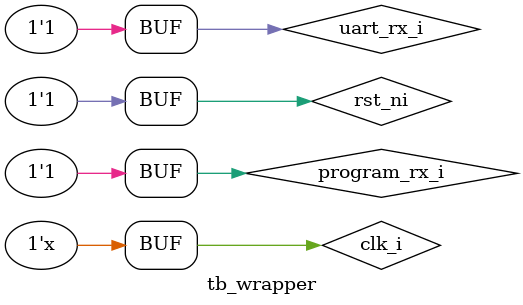
<source format=sv>
`timescale 1ns / 1ps
module tb_wrapper;
  logic        clk_i = 0;
  logic        rst_ni = 0;
  logic        program_rx_i = 1;
  logic        uart_rx_i = 1;
  logic        prog_mode_led_o;
  logic        uart_tx_o;
  logic        spi0_sclk_o;
  logic        spi0_mosi_o;
  logic        spi0_miso_i;
  logic [ 3:0] spi0_ss_o;
  wire         i2c0_sda_io;
  wire         i2c0_scl_io;
  // GPIO Interface (active when GPIO_EN=1)
  logic [31:0] gpio_i;
  logic [31:0] gpio_o;
  logic [31:0] gpio_oe_o;
  // External Interrupts
  logic [ 7:0] ext_irq_i;
  logic [ 3:0] status_led_o;

  ceres_wrapper ceres_wrapper (
      .clk_i          (clk_i),
      .rst_ni         (rst_ni),
      .program_rx_i   (program_rx_i),
      .prog_mode_led_o(prog_mode_led_o),
      .uart_tx_o      (uart_tx_o),
      .uart_rx_i      (uart_rx_i),
      .spi0_sclk_o    (spi0_sclk_o),
      .spi0_mosi_o    (spi0_mosi_o),
      .spi0_miso_i    (spi0_miso_i),
      .spi0_ss_o      (spi0_ss_o),
      .i2c0_sda_io    (i2c0_sda_io),
      .i2c0_scl_io    (i2c0_scl_io),
      .gpio_i         (gpio_i),
      .gpio_o         (gpio_o),
      .gpio_oe_o      (gpio_oe_o),
      .ext_irq_i      (ext_irq_i),
      .status_led_o   (status_led_o)
  );

  // SPI Loopback: Connect MOSI to MISO for testing
  assign spi0_miso_i = spi0_mosi_o;

  initial begin
    rst_ni       <= 0;
    program_rx_i <= 1;
    uart_rx_i    <= 1;
    #10;
    rst_ni <= 1;
  end

  always #5 clk_i = !clk_i;


endmodule

</source>
